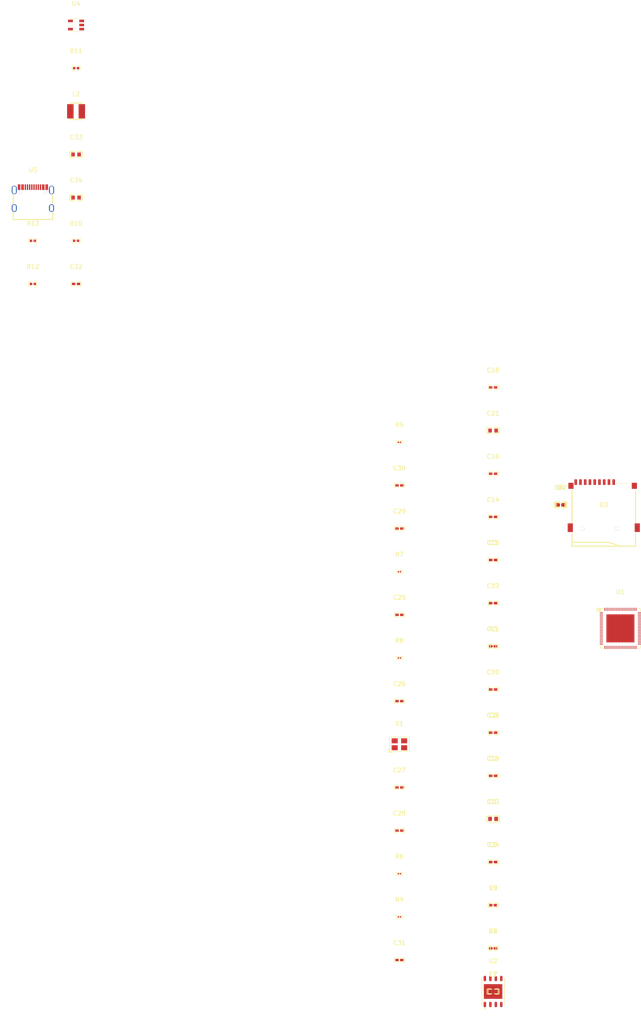
<source format=kicad_pcb>
(kicad_pcb (version 20241229) (generator "pcbnew") (generator_version "9.0")
  (layers (0 "F.Cu" signal) (2 "B.Cu" signal) (13 "F.Paste" user) (15 "B.Paste" user) (5 "F.SilkS" user "F.Silkscreen") (7 "B.SilkS" user "B.Silkscreen") (1 "F.Mask" user) (3 "B.Mask" user) (25 "Edge.Cuts" user))
  (net 0 "")
  (net 1 "GPIO3_C6_d")
  (net 2 "JTAG_CPU_TCK_M1_UART2_TX_M1_JTAG_HPMCU_TCK_M0_GPIO1_B2_d")
  (net 3 "CODEC_MIC0P_MICP")
  (net 4 "SDMMC_DET")
  (net 5 "SARADC_IN1_PWM1_M1_GPI4_C1_z")
  (net 6 "MIPI_LVDS_D0P")
  (net 7 "MIPI_LVDS_CLKN")
  (net 8 "SARADC_USB_AVDD1V8")
  (net 9 "PMU_VCC3V3")
  (net 10 "SDMMC0_D2_UART5_RX_M0_JTAG_CPU_TCK_M0_JTAG_HPMCU_TCK_M1_GPIO3_A7_u")
  (net 11 "GPIO1_D1_d")
  (net 12 "OSC_AVDD1V8_PLL_AVDD1V8")
  (net 13 "ETH_TP")
  (net 14 "MIPI_LVDS_D2N")
  (net 15 "GPIO1_C2_d")
  (net 16 "GPIO_D3_d")
  (net 17 "ETH_RN")
  (net 18 "GPIO1_C5_d")
  (net 19 "PWR_CTRL_M0_PWM1_M0_GPIO0_A4_d")
  (net 20 "GPIO1_D2_d")
  (net 21 "CODEC_MICBIAS")
  (net 22 "MIPI_AVDD1V8_GPIO7_VCC1V8")
  (net 23 "ETH_RP")
  (net 24 "SDMMC_CMD")
  (net 25 "ETH_TN")
  (net 26 "GPIO_C7_d")
  (net 27 "GPIO_D0_d")
  (net 28 "GP13_B2_d")
  (net 29 "CODEC_LINEOUT")
  (net 30 "SDMMC0_D0_UART2_RX_M0_PWM8_M0_GPIO3_A3_u")
  (net 31 "GPIO1_VCC3V3")
  (net 32 "SARADC_IN0_GPI4_C0_z")
  (net 33 "CODEC_MIC1P_MICN")
  (net 34 "CODEC_VCM")
  (net 35 "GPIO1_C0_d")
  (net 36 "JTAG_CPU_TMS_M1_UART2_RX_M1_JTAG_HPMCU_TMS_M0_GPIO1_B3_u")
  (net 37 "PWM0_M0_CPU_AVS_GPIO1_A2_d")
  (net 38 "CODEC_AVDD1V8")
  (net 39 "GPIO1_C3_d")
  (net 40 "OTP_AVDD1V8_ETH_AVDD1V8_TSADC_AVDD1V8")
  (net 41 "MIPI_LVDS_RST")
  (net 42 "GPIO_C1_d")
  (net 43 "TVSS")
  (net 44 "MIPI_I2C_SCL")
  (net 45 "MIPI_LVDS_D1P")
  (net 46 "MIPI_LVDS_D3N")
  (net 47 "GPIO1_C4_d")
  (net 48 "MIPI_LVDS_D0N")
  (net 49 "SDMMC0_D3_UART5_TX_M0_JTAG_CPU_TMS_M0_JTAG_HPMCU_TMS_M1_GPIO3_A6_u")
  (net 50 "MIPI_I2C_SDA")
  (net 51 "USB_DP")
  (net 52 "GP13_B3_d")
  (net 53 "SDMMC0_D1_UART2_TX_M0_PWM9_M0_GPIO3_A2_u")
  (net 54 "GPIO1_C6_d")
  (net 55 "MIPI_LVDS_CLKP")
  (net 56 "MIPI_LVDS_D1N")
  (net 57 "USB_DM")
  (net 58 "C8-net")
  (net 59 "C11-net-1")
  (net 60 "C9-net-1")
  (net 61 "hv-2")
  (net 62 "SDMMC_CLK")
  (net 63 "C8-net-1")
  (net 64 "SDMMC_CLK_FL")
  (net 65 "hv-1")
  (net 66 "C11-net")
  (net 67 "hv-6")
  (net 68 "VCC_DDR")
  (net 69 "C10-net-1")
  (net 70 "hv-4")
  (net 71 "DRAM_ZQ")
  (net 72 "hv")
  (net 73 "C4-net")
  (net 74 "C4-net-1")
  (net 75 "C9-net")
  (net 76 "C10-net")
  (net 77 "CLK_SCLK_")
  (net 78 "CMD_DI_")
  (net 79 "CD")
  (net 80 "VDD")
  (net 81 "ETH_EXTR")
  (net 82 "DAT2_RSV_")
  (net 83 "CDDAT3_CS_")
  (net 84 "DAT1_RSV_")
  (net 85 "sd-gnd")
  (net 86 "DAT0_D0_")
  (net 87 "FSPI_CLK")
  (net 88 "MIPI_LVDS_MCLK0_FL")
  (net 89 "OSC_XIN")
  (net 90 "MIPI_LVDS_MCLK0")
  (net 91 "hv-5")
  (net 92 "FSPI_D0_GPIO4_A4_u")
  (net 93 "FSPI_D1_GPIO4_A3_u")
  (net 94 "OSC2")
  (net 95 "FSPI_D2_GPIO4_A2_u")
  (net 96 "OSC1")
  (net 97 "FSPI_CS0N")
  (net 98 "FSPI_D3_GPIO4_A6_u")
  (net 99 "OSC_XOUT")
  (net 100 "MIPI_LVDS_D2P")
  (net 101 "gnd")
  (net 102 "GPIO3_VCC")
  (net 103 "VBUS")
  (net 104 "hv-3")
  (net 105 "CC2")
  (net 107 "SW")
  (net 108 "usbc-gnd")
  (net 109 "B8")
  (net 110 "DP2")
  (net 112 "A8")
  (net 113 "A7")
  (net 114 "EN")
  (net 115 "FB")
  (net 116 "A5")
  (footprint "atopile:C0402-b3ef17" (layer "F.Cu") (at 122.24 51.22 0)
    (property "Reference" "C4" (at 0 -4 0) (layer "F.SilkS") (hide no))
    (property "Value" "100nF ±10% 16V X7R")
    (fp_text user "${REFERENCE}" (at 0 -4 0) (layer "F.SilkS"))
    (pad "1" smd rect (at -0.55 0 0) (size 0.79 0.54) (layers "F.Cu" "F.Mask" "F.Paste") (net 61 "hv-2"))
    (pad "2" smd rect (at 0.55 0 0) (size 0.79 0.54) (layers "F.Cu" "F.Mask" "F.Paste") (net 101 "gnd"))
  )
  (footprint "atopile:QFN-88_L9.0-W9.0-P0.35-TL-EP6.5-4d2c2f" (layer "F.Cu") (at 136.09 79.83 0)
    (property "Reference" "U1" (at 0 -8.41 0) (layer "F.SilkS") (hide no))
    (property "Value" "")
    (fp_text user "${REFERENCE}" (at 0 -8.41 0) (layer "F.SilkS"))
    (pad "1" smd rect (at -4.41 -3.67 0) (size 0.74 0.15) (layers "F.Cu" "F.Mask" "F.Paste") (net 88 "MIPI_LVDS_MCLK0_FL"))
    (pad "2" smd rect (at -4.41 -3.33 0) (size 0.74 0.15) (layers "F.Cu" "F.Mask" "F.Paste") (net 41 "MIPI_LVDS_RST"))
    (pad "3" smd rect (at -4.41 -2.98 0) (size 0.74 0.15) (layers "F.Cu" "F.Mask" "F.Paste") (net 1 "GPIO3_C6_d"))
    (pad "4" smd rect (at -4.41 -2.63 0) (size 0.74 0.15) (layers "F.Cu" "F.Mask" "F.Paste") (net 44 "MIPI_I2C_SCL"))
    (pad "5" smd rect (at -4.41 -2.28 0) (size 0.74 0.15) (layers "F.Cu" "F.Mask" "F.Paste") (net 50 "MIPI_I2C_SDA"))
    (pad "6" smd rect (at -4.41 -1.93 0) (size 0.74 0.15) (layers "F.Cu" "F.Mask" "F.Paste") (net 61 "hv-2"))
    (pad "7" smd rect (at -4.41 -1.58 0) (size 0.74 0.15) (layers "F.Cu" "F.Mask" "F.Paste") (net 91 "hv-5"))
    (pad "8" smd rect (at -4.41 -1.23 0) (size 0.74 0.15) (layers "F.Cu" "F.Mask" "F.Paste") (net 4 "SDMMC_DET"))
    (pad "9" smd rect (at -4.41 -0.88 0) (size 0.74 0.15) (layers "F.Cu" "F.Mask" "F.Paste") (net 53 "SDMMC0_D1_UART2_TX_M0_PWM9_M0_GPIO3_A2_u"))
    (pad "10" smd rect (at -4.41 -0.53 0) (size 0.74 0.15) (layers "F.Cu" "F.Mask" "F.Paste") (net 30 "SDMMC0_D0_UART2_RX_M0_PWM8_M0_GPIO3_A3_u"))
    (pad "11" smd rect (at -4.41 -0.18 0) (size 0.74 0.15) (layers "F.Cu" "F.Mask" "F.Paste") (net 64 "SDMMC_CLK_FL"))
    (pad "12" smd rect (at -4.41 0.17 0) (size 0.74 0.15) (layers "F.Cu" "F.Mask" "F.Paste") (net 24 "SDMMC_CMD"))
    (pad "13" smd rect (at -4.41 0.52 0) (size 0.74 0.15) (layers "F.Cu" "F.Mask" "F.Paste") (net 49 "SDMMC0_D3_UART5_TX_M0_JTAG_CPU_TMS_M0_JTAG_HPMCU_TMS_M1_GPIO3_A6_u"))
    (pad "14" smd rect (at -4.41 0.87 0) (size 0.74 0.15) (layers "F.Cu" "F.Mask" "F.Paste") (net 10 "SDMMC0_D2_UART5_RX_M0_JTAG_CPU_TCK_M0_JTAG_HPMCU_TCK_M1_GPIO3_A7_u"))
    (pad "15" smd rect (at -4.41 1.22 0) (size 0.74 0.15) (layers "F.Cu" "F.Mask" "F.Paste") (net 5 "SARADC_IN1_PWM1_M1_GPI4_C1_z"))
    (pad "16" smd rect (at -4.41 1.58 0) (size 0.74 0.15) (layers "F.Cu" "F.Mask" "F.Paste") (net 32 "SARADC_IN0_GPI4_C0_z"))
    (pad "17" smd rect (at -4.41 1.93 0) (size 0.74 0.15) (layers "F.Cu" "F.Mask" "F.Paste") (net 8 "SARADC_USB_AVDD1V8"))
    (pad "18" smd rect (at -4.41 2.28 0) (size 0.74 0.15) (layers "F.Cu" "F.Mask" "F.Paste") (net 57 "USB_DM"))
    (pad "19" smd rect (at -4.41 2.63 0) (size 0.74 0.15) (layers "F.Cu" "F.Mask" "F.Paste") (net 51 "USB_DP"))
    (pad "20" smd rect (at -4.41 2.98 0) (size 0.74 0.15) (layers "F.Cu" "F.Mask" "F.Paste") (net 91 "hv-5"))
    (pad "21" smd rect (at -4.41 3.33 0) (size 0.74 0.15) (layers "F.Cu" "F.Mask" "F.Paste") (net 29 "CODEC_LINEOUT"))
    (pad "22" smd rect (at -4.41 3.67 0) (size 0.74 0.15) (layers "F.Cu" "F.Mask" "F.Paste") (net 34 "CODEC_VCM"))
    (pad "23" smd rect (at -3.67 4.41 0) (size 0.15 0.74) (layers "F.Cu" "F.Mask" "F.Paste") (net 38 "CODEC_AVDD1V8"))
    (pad "24" smd rect (at -3.33 4.41 0) (size 0.15 0.74) (layers "F.Cu" "F.Mask" "F.Paste") (net 3 "CODEC_MIC0P_MICP"))
    (pad "25" smd rect (at -2.98 4.41 0) (size 0.15 0.74) (layers "F.Cu" "F.Mask" "F.Paste") (net 21 "CODEC_MICBIAS"))
    (pad "26" smd rect (at -2.63 4.41 0) (size 0.15 0.74) (layers "F.Cu" "F.Mask" "F.Paste") (net 33 "CODEC_MIC1P_MICN"))
    (pad "27" smd rect (at -2.28 4.41 0) (size 0.15 0.74) (layers "F.Cu" "F.Mask" "F.Paste") (net 102 "GPIO3_VCC"))
    (pad "28" smd rect (at -1.93 4.41 0) (size 0.15 0.74) (layers "F.Cu" "F.Mask" "F.Paste") (net 98 "FSPI_D3_GPIO4_A6_u"))
    (pad "29" smd rect (at -1.58 4.41 0) (size 0.15 0.74) (layers "F.Cu" "F.Mask" "F.Paste") (net 92 "FSPI_D0_GPIO4_A4_u"))
    (pad "30" smd rect (at -1.23 4.41 0) (size 0.15 0.74) (layers "F.Cu" "F.Mask" "F.Paste") (net 93 "FSPI_D1_GPIO4_A3_u"))
    (pad "31" smd rect (at -0.88 4.41 0) (size 0.15 0.74) (layers "F.Cu" "F.Mask" "F.Paste") (net 95 "FSPI_D2_GPIO4_A2_u"))
    (pad "32" smd rect (at -0.53 4.41 0) (size 0.15 0.74) (layers "F.Cu" "F.Mask" "F.Paste") (net 97 "FSPI_CS0N"))
    (pad "33" smd rect (at -0.18 4.41 0) (size 0.15 0.74) (layers "F.Cu" "F.Mask" "F.Paste") (net 87 "FSPI_CLK"))
    (pad "34" smd rect (at 0.18 4.41 0) (size 0.15 0.74) (layers "F.Cu" "F.Mask" "F.Paste") (net 68 "VCC_DDR"))
    (pad "35" smd rect (at 0.53 4.41 0) (size 0.15 0.74) (layers "F.Cu" "F.Mask" "F.Paste") (net 68 "VCC_DDR"))
    (pad "36" smd rect (at 0.88 4.41 0) (size 0.15 0.74) (layers "F.Cu" "F.Mask" "F.Paste") (net 61 "hv-2"))
    (pad "37" smd rect (at 1.23 4.41 0) (size 0.15 0.74) (layers "F.Cu" "F.Mask" "F.Paste") (net 71 "DRAM_ZQ"))
    (pad "38" smd rect (at 1.58 4.41 0) (size 0.15 0.74) (layers "F.Cu" "F.Mask" "F.Paste") (net 67 "hv-6"))
    (pad "39" smd rect (at 1.93 4.41 0) (size 0.15 0.74) (layers "F.Cu" "F.Mask" "F.Paste") (net 61 "hv-2"))
    (pad "40" smd rect (at 2.28 4.41 0) (size 0.15 0.74) (layers "F.Cu" "F.Mask" "F.Paste") (net 68 "VCC_DDR"))
    (pad "41" smd rect (at 2.63 4.41 0) (size 0.15 0.74) (layers "F.Cu" "F.Mask" "F.Paste") (net 43 "TVSS"))
    (pad "42" smd rect (at 2.98 4.41 0) (size 0.15 0.74) (layers "F.Cu" "F.Mask" "F.Paste") (net 19 "PWR_CTRL_M0_PWM1_M0_GPIO0_A4_d"))
    (pad "43" smd rect (at 3.33 4.41 0) (size 0.15 0.74) (layers "F.Cu" "F.Mask" "F.Paste") (net 9 "PMU_VCC3V3"))
    (pad "44" smd rect (at 3.67 4.41 0) (size 0.15 0.74) (layers "F.Cu" "F.Mask" "F.Paste") (net 61 "hv-2"))
    (pad "45" smd rect (at 4.41 3.67 0) (size 0.74 0.15) (layers "F.Cu" "F.Mask" "F.Paste") (net 89 "OSC_XIN"))
    (pad "46" smd rect (at 4.41 3.33 0) (size 0.74 0.15) (layers "F.Cu" "F.Mask" "F.Paste") (net 99 "OSC_XOUT"))
    (pad "47" smd rect (at 4.41 2.98 0) (size 0.74 0.15) (layers "F.Cu" "F.Mask" "F.Paste") (net 12 "OSC_AVDD1V8_PLL_AVDD1V8"))
    (pad "48" smd rect (at 4.41 2.63 0) (size 0.74 0.15) (layers "F.Cu" "F.Mask" "F.Paste") (net 37 "PWM0_M0_CPU_AVS_GPIO1_A2_d"))
    (pad "49" smd rect (at 4.41 2.28 0) (size 0.74 0.15) (layers "F.Cu" "F.Mask" "F.Paste") (net 2 "JTAG_CPU_TCK_M1_UART2_TX_M1_JTAG_HPMCU_TCK_M0_GPIO1_B2_d"))
    (pad "50" smd rect (at 4.41 1.93 0) (size 0.74 0.15) (layers "F.Cu" "F.Mask" "F.Paste") (net 36 "JTAG_CPU_TMS_M1_UART2_RX_M1_JTAG_HPMCU_TMS_M0_GPIO1_B3_u"))
    (pad "51" smd rect (at 4.41 1.58 0) (size 0.74 0.15) (layers "F.Cu" "F.Mask" "F.Paste") (net 31 "GPIO1_VCC3V3"))
    (pad "52" smd rect (at 4.41 1.22 0) (size 0.74 0.15) (layers "F.Cu" "F.Mask" "F.Paste") (net 54 "GPIO1_C6_d"))
    (pad "53" smd rect (at 4.41 0.87 0) (size 0.74 0.15) (layers "F.Cu" "F.Mask" "F.Paste") (net 26 "GPIO_C7_d"))
    (pad "54" smd rect (at 4.41 0.52 0) (size 0.74 0.15) (layers "F.Cu" "F.Mask" "F.Paste") (net 16 "GPIO_D3_d"))
    (pad "55" smd rect (at 4.41 0.17 0) (size 0.74 0.15) (layers "F.Cu" "F.Mask" "F.Paste") (net 20 "GPIO1_D2_d"))
    (pad "56" smd rect (at 4.41 -0.18 0) (size 0.74 0.15) (layers "F.Cu" "F.Mask" "F.Paste") (net 11 "GPIO1_D1_d"))
    (pad "57" smd rect (at 4.41 -0.53 0) (size 0.74 0.15) (layers "F.Cu" "F.Mask" "F.Paste") (net 27 "GPIO_D0_d"))
    (pad "58" smd rect (at 4.41 -0.88 0) (size 0.74 0.15) (layers "F.Cu" "F.Mask" "F.Paste") (net 61 "hv-2"))
    (pad "59" smd rect (at 4.41 -1.23 0) (size 0.74 0.15) (layers "F.Cu" "F.Mask" "F.Paste") (net 91 "hv-5"))
    (pad "60" smd rect (at 4.41 -1.58 0) (size 0.74 0.15) (layers "F.Cu" "F.Mask" "F.Paste") (net 18 "GPIO1_C5_d"))
    (pad "61" smd rect (at 4.41 -1.93 0) (size 0.74 0.15) (layers "F.Cu" "F.Mask" "F.Paste") (net 47 "GPIO1_C4_d"))
    (pad "62" smd rect (at 4.41 -2.28 0) (size 0.74 0.15) (layers "F.Cu" "F.Mask" "F.Paste") (net 39 "GPIO1_C3_d"))
    (pad "63" smd rect (at 4.41 -2.63 0) (size 0.74 0.15) (layers "F.Cu" "F.Mask" "F.Paste") (net 15 "GPIO1_C2_d"))
    (pad "64" smd rect (at 4.41 -2.98 0) (size 0.74 0.15) (layers "F.Cu" "F.Mask" "F.Paste") (net 42 "GPIO_C1_d"))
    (pad "65" smd rect (at 4.41 -3.33 0) (size 0.74 0.15) (layers "F.Cu" "F.Mask" "F.Paste") (net 35 "GPIO1_C0_d"))
    (pad "66" smd rect (at 4.41 -3.67 0) (size 0.74 0.15) (layers "F.Cu" "F.Mask" "F.Paste") (net 40 "OTP_AVDD1V8_ETH_AVDD1V8_TSADC_AVDD1V8"))
    (pad "67" smd rect (at 3.67 -4.41 0) (size 0.15 0.74) (layers "F.Cu" "F.Mask" "F.Paste") (net 17 "ETH_RN"))
    (pad "68" smd rect (at 3.33 -4.41 0) (size 0.15 0.74) (layers "F.Cu" "F.Mask" "F.Paste") (net 23 "ETH_RP"))
    (pad "69" smd rect (at 2.98 -4.41 0) (size 0.15 0.74) (layers "F.Cu" "F.Mask" "F.Paste") (net 25 "ETH_TN"))
    (pad "70" smd rect (at 2.63 -4.41 0) (size 0.15 0.74) (layers "F.Cu" "F.Mask" "F.Paste") (net 13 "ETH_TP"))
    (pad "71" smd rect (at 2.28 -4.41 0) (size 0.15 0.74) (layers "F.Cu" "F.Mask" "F.Paste") (net 91 "hv-5"))
    (pad "72" smd rect (at 1.93 -4.41 0) (size 0.15 0.74) (layers "F.Cu" "F.Mask" "F.Paste") (net 81 "ETH_EXTR"))
    (pad "73" smd rect (at 1.58 -4.41 0) (size 0.15 0.74) (layers "F.Cu" "F.Mask" "F.Paste") (net 61 "hv-2"))
    (pad "74" smd rect (at 1.23 -4.41 0) (size 0.15 0.74) (layers "F.Cu" "F.Mask" "F.Paste") (net 61 "hv-2"))
    (pad "75" smd rect (at 0.88 -4.41 0) (size 0.15 0.74) (layers "F.Cu" "F.Mask" "F.Paste") (net 61 "hv-2"))
    (pad "76" smd rect (at 0.53 -4.41 0) (size 0.15 0.74) (layers "F.Cu" "F.Mask" "F.Paste") (net 46 "MIPI_LVDS_D3N"))
    (pad "77" smd rect (at 0.18 -4.41 0) (size 0.15 0.74) (layers "F.Cu" "F.Mask" "F.Paste") (net 100 "MIPI_LVDS_D2P"))
    (pad "78" smd rect (at -0.18 -4.41 0) (size 0.15 0.74) (layers "F.Cu" "F.Mask" "F.Paste") (net 28 "GP13_B2_d"))
    (pad "79" smd rect (at -0.53 -4.41 0) (size 0.15 0.74) (layers "F.Cu" "F.Mask" "F.Paste") (net 52 "GP13_B3_d"))
    (pad "80" smd rect (at -0.88 -4.41 0) (size 0.15 0.74) (layers "F.Cu" "F.Mask" "F.Paste") (net 14 "MIPI_LVDS_D2N"))
    (pad "81" smd rect (at -1.23 -4.41 0) (size 0.15 0.74) (layers "F.Cu" "F.Mask" "F.Paste") (net 100 "MIPI_LVDS_D2P"))
    (pad "82" smd rect (at -1.58 -4.41 0) (size 0.15 0.74) (layers "F.Cu" "F.Mask" "F.Paste") (net 56 "MIPI_LVDS_D1N"))
    (pad "83" smd rect (at -1.93 -4.41 0) (size 0.15 0.74) (layers "F.Cu" "F.Mask" "F.Paste") (net 45 "MIPI_LVDS_D1P"))
    (pad "84" smd rect (at -2.28 -4.41 0) (size 0.15 0.74) (layers "F.Cu" "F.Mask" "F.Paste") (net 7 "MIPI_LVDS_CLKN"))
    (pad "85" smd rect (at -2.63 -4.41 0) (size 0.15 0.74) (layers "F.Cu" "F.Mask" "F.Paste") (net 55 "MIPI_LVDS_CLKP"))
    (pad "86" smd rect (at -2.98 -4.41 0) (size 0.15 0.74) (layers "F.Cu" "F.Mask" "F.Paste") (net 48 "MIPI_LVDS_D0N"))
    (pad "87" smd rect (at -3.33 -4.41 0) (size 0.15 0.74) (layers "F.Cu" "F.Mask" "F.Paste") (net 6 "MIPI_LVDS_D0P"))
    (pad "88" smd rect (at -3.67 -4.41 0) (size 0.15 0.74) (layers "F.Cu" "F.Mask" "F.Paste") (net 22 "MIPI_AVDD1V8_GPIO7_VCC1V8"))
    (pad "89" smd rect (at 0 0 0) (size 6.5 6.5) (layers "F.Cu" "F.Mask" "F.Paste") (net 101 "gnd"))
  )
  (footprint "atopile:R0402-56259e" (layer "F.Cu") (at 106.6 143.99 0)
    (property "Reference" "R2" (at 0 -4 0) (layer "F.SilkS") (hide no))
    (property "Value" "1kΩ ±1% 62.5mW")
    (fp_text user "${REFERENCE}" (at 0 -4 0) (layer "F.SilkS"))
    (pad "1" smd rect (at -0.43 0 0) (size 0.57 0.54) (layers "F.Cu" "F.Mask" "F.Paste") (net 67 "hv-6"))
    (pad "2" smd rect (at 0.43 0 0) (size 0.57 0.54) (layers "F.Cu" "F.Mask" "F.Paste") (net 70 "hv-4"))
  )
  (footprint "atopile:C0402-b3ef17" (layer "F.Cu") (at 106.6 113.99 0)
    (property "Reference" "C2" (at 0 -4 0) (layer "F.SilkS") (hide no))
    (property "Value" "100nF ±10% 16V X7R")
    (fp_text user "${REFERENCE}" (at 0 -4 0) (layer "F.SilkS"))
    (pad "1" smd rect (at -0.55 0 0) (size 0.79 0.54) (layers "F.Cu" "F.Mask" "F.Paste") (net 61 "hv-2"))
    (pad "2" smd rect (at 0.55 0 0) (size 0.79 0.54) (layers "F.Cu" "F.Mask" "F.Paste") (net 101 "gnd"))
  )
  (footprint "atopile:C0603-bd72f6" (layer "F.Cu") (at 122.24 51.22 0)
    (property "Reference" "C17" (at 0 -4 0) (layer "F.SilkS") (hide no))
    (property "Value" "100nF ±10% 50V X7R")
    (fp_text user "${REFERENCE}" (at 0 -4 0) (layer "F.SilkS"))
    (pad "1" smd rect (at -0.7 0 0) (size 0.8 0.9) (layers "F.Cu" "F.Mask" "F.Paste") (net 63 "C8-net-1"))
    (pad "2" smd rect (at 0.7 0 0) (size 0.8 0.9) (layers "F.Cu" "F.Mask" "F.Paste") (net 58 "C8-net"))
  )
  (footprint "atopile:CRYSTAL-SMD_4P-L3.2-W2.5-BL-2-acd8b5" (layer "F.Cu") (at 84.9 106.7 0)
    (property "Reference" "X1" (at 0 -4.8 0) (layer "F.SilkS") (hide no))
    (property "Value" "")
    (fp_text user "${REFERENCE}" (at 0 -4.8 0) (layer "F.SilkS"))
    (pad "1" smd rect (at -1.1 0.8 0) (size 1.4 1.15) (layers "F.Cu" "F.Mask" "F.Paste") (net 96 "OSC1"))
    (pad "2" smd rect (at 1.1 0.8 0) (size 1.4 1.15) (layers "F.Cu" "F.Mask" "F.Paste") (net 101 "gnd"))
    (pad "3" smd rect (at 1.1 -0.8 0) (size 1.4 1.15) (layers "F.Cu" "F.Mask" "F.Paste") (net 94 "OSC2"))
    (pad "4" smd rect (at -1.1 -0.8 0) (size 1.4 1.15) (layers "F.Cu" "F.Mask" "F.Paste") (net 101 "gnd"))
  )
  (footprint "atopile:C0402-b3ef17" (layer "F.Cu") (at 106.6 63.99 0)
    (property "Reference" "C15" (at 0 -4 0) (layer "F.SilkS") (hide no))
    (property "Value" "100nF ±10% 16V X7R")
    (fp_text user "${REFERENCE}" (at 0 -4 0) (layer "F.SilkS"))
    (pad "1" smd rect (at -0.55 0 0) (size 0.79 0.54) (layers "F.Cu" "F.Mask" "F.Paste") (net 91 "hv-5"))
    (pad "2" smd rect (at 0.55 0 0) (size 0.79 0.54) (layers "F.Cu" "F.Mask" "F.Paste") (net 101 "gnd"))
  )
  (footprint "atopile:L0603-9cac2b" (layer "F.Cu") (at 106.6 163.99 0)
    (property "Reference" "L1" (at 0 -4 0) (layer "F.SilkS") (hide no))
    (property "Value" "")
    (fp_text user "${REFERENCE}" (at 0 -4 0) (layer "F.SilkS"))
    (pad "1" smd rect (at -0.7 0 180) (size 0.8 0.86) (layers "F.Cu" "F.Mask" "F.Paste") (net 67 "hv-6"))
    (pad "2" smd rect (at 0.7 0 180) (size 0.8 0.86) (layers "F.Cu" "F.Mask" "F.Paste") (net 72 "hv"))
  )
  (footprint "atopile:C0603-bd72f6" (layer "F.Cu") (at 106.6 123.99 0)
    (property "Reference" "C1" (at 0 -4 0) (layer "F.SilkS") (hide no))
    (property "Value" "100nF ±10% 50V X7R")
    (fp_text user "${REFERENCE}" (at 0 -4 0) (layer "F.SilkS"))
    (pad "1" smd rect (at -0.7 0 0) (size 0.8 0.9) (layers "F.Cu" "F.Mask" "F.Paste") (net 61 "hv-2"))
    (pad "2" smd rect (at 0.7 0 0) (size 0.8 0.9) (layers "F.Cu" "F.Mask" "F.Paste") (net 101 "gnd"))
  )
  (footprint "atopile:WSON-8_L6.0-W5.0-P1.27-BL-EP-5c84f1" (layer "F.Cu") (at 106.6 163.99 0)
    (property "Reference" "U2" (at 0 -7.01 0) (layer "F.SilkS") (hide no))
    (property "Value" "")
    (fp_text user "${REFERENCE}" (at 0 -7.01 0) (layer "F.SilkS"))
    (pad "1" smd oval (at -1.91 3.01 0) (size 0.58 1.28) (layers "F.Cu" "F.Mask" "F.Paste") (net 97 "FSPI_CS0N"))
    (pad "2" smd oval (at -0.63 3.01 0) (size 0.58 1.28) (layers "F.Cu" "F.Mask" "F.Paste") (net 93 "FSPI_D1_GPIO4_A3_u"))
    (pad "3" smd oval (at 0.63 3.01 0) (size 0.58 1.28) (layers "F.Cu" "F.Mask" "F.Paste") (net 95 "FSPI_D2_GPIO4_A2_u"))
    (pad "4" smd oval (at 1.9 3.01 0) (size 0.58 1.28) (layers "F.Cu" "F.Mask" "F.Paste") (net 101 "gnd"))
    (pad "5" smd oval (at 1.9 -3.01 0) (size 0.58 1.28) (layers "F.Cu" "F.Mask" "F.Paste") (net 92 "FSPI_D0_GPIO4_A4_u"))
    (pad "6" smd oval (at 0.63 -3.01 0) (size 0.58 1.28) (layers "F.Cu" "F.Mask" "F.Paste") (net 98 "FSPI_D3_GPIO4_A6_u"))
    (pad "7" smd oval (at -0.63 -3.01 0) (size 0.58 1.28) (layers "F.Cu" "F.Mask" "F.Paste") (net 87 "FSPI_CLK"))
    (pad "8" smd oval (at -1.91 -3.01 0) (size 0.58 1.28) (layers "F.Cu" "F.Mask" "F.Paste") (net 91 "hv-5"))
    (pad "9" smd rect (at 0 0 0) (size 4.3 3.4) (layers "F.Cu" "F.Mask" "F.Paste") (net 101 "gnd"))
  )
  (footprint "atopile:C0402-b3ef17" (layer "F.Cu") (at 84.9 96.7 0)
    (property "Reference" "C26" (at 0 -4 0) (layer "F.SilkS") (hide no))
    (property "Value" "100nF ±10% 16V X7R")
    (fp_text user "${REFERENCE}" (at 0 -4 0) (layer "F.SilkS"))
    (pad "1" smd rect (at -0.55 0 0) (size 0.79 0.54) (layers "F.Cu" "F.Mask" "F.Paste") (net 96 "OSC1"))
    (pad "2" smd rect (at 0.55 0 0) (size 0.79 0.54) (layers "F.Cu" "F.Mask" "F.Paste") (net 101 "gnd"))
  )
  (footprint "atopile:C0402-b3ef17" (layer "F.Cu") (at 84.9 46.7 0)
    (property "Reference" "C30" (at 0 -4 0) (layer "F.SilkS") (hide no))
    (property "Value" "100nF ±10% 16V X7R")
    (fp_text user "${REFERENCE}" (at 0 -4 0) (layer "F.SilkS"))
    (pad "1" smd rect (at -0.55 0 0) (size 0.79 0.54) (layers "F.Cu" "F.Mask" "F.Paste") (net 91 "hv-5"))
    (pad "2" smd rect (at 0.55 0 0) (size 0.79 0.54) (layers "F.Cu" "F.Mask" "F.Paste") (net 101 "gnd"))
  )
  (footprint "atopile:C0402-b3ef17" (layer "F.Cu") (at 84.9 116.7 0)
    (property "Reference" "C27" (at 0 -4 0) (layer "F.SilkS") (hide no))
    (property "Value" "100nF ±10% 16V X7R")
    (fp_text user "${REFERENCE}" (at 0 -4 0) (layer "F.SilkS"))
    (pad "1" smd rect (at -0.55 0 0) (size 0.79 0.54) (layers "F.Cu" "F.Mask" "F.Paste") (net 91 "hv-5"))
    (pad "2" smd rect (at 0.55 0 0) (size 0.79 0.54) (layers "F.Cu" "F.Mask" "F.Paste") (net 101 "gnd"))
  )
  (footprint "atopile:R0201-27027e" (layer "F.Cu") (at 84.9 86.7 0)
    (property "Reference" "R8" (at 0 -4 0) (layer "F.SilkS") (hide no))
    (property "Value" "0Ω 50mW")
    (fp_text user "${REFERENCE}" (at 0 -4 0) (layer "F.SilkS"))
    (pad "1" smd rect (at -0.24 0 0) (size 0.3 0.32) (layers "F.Cu" "F.Mask" "F.Paste") (net 91 "hv-5"))
    (pad "2" smd rect (at 0.24 0 0) (size 0.3 0.32) (layers "F.Cu" "F.Mask" "F.Paste") (net 98 "FSPI_D3_GPIO4_A6_u"))
  )
  (footprint "atopile:C0402-b3ef17" (layer "F.Cu") (at 106.6 133.99 0)
    (property "Reference" "C9" (at 0 -4 0) (layer "F.SilkS") (hide no))
    (property "Value" "100nF ±10% 16V X7R")
    (fp_text user "${REFERENCE}" (at 0 -4 0) (layer "F.SilkS"))
    (pad "1" smd rect (at -0.55 0 0) (size 0.79 0.54) (layers "F.Cu" "F.Mask" "F.Paste") (net 61 "hv-2"))
    (pad "2" smd rect (at 0.55 0 0) (size 0.79 0.54) (layers "F.Cu" "F.Mask" "F.Paste") (net 101 "gnd"))
  )
  (footprint "atopile:C0402-b3ef17" (layer "F.Cu") (at 106.6 133.99 0)
    (property "Reference" "C24" (at 0 -4 0) (layer "F.SilkS") (hide no))
    (property "Value" "100nF ±10% 16V X7R")
    (fp_text user "${REFERENCE}" (at 0 -4 0) (layer "F.SilkS"))
    (pad "1" smd rect (at -0.55 0 0) (size 0.79 0.54) (layers "F.Cu" "F.Mask" "F.Paste") (net 67 "hv-6"))
    (pad "2" smd rect (at 0.55 0 0) (size 0.79 0.54) (layers "F.Cu" "F.Mask" "F.Paste") (net 101 "gnd"))
  )
  (footprint "atopile:C0603-bd72f6" (layer "F.Cu") (at 106.6 33.99 0)
    (property "Reference" "C21" (at 0 -4 0) (layer "F.SilkS") (hide no))
    (property "Value" "100nF ±10% 50V X7R")
    (fp_text user "${REFERENCE}" (at 0 -4 0) (layer "F.SilkS"))
    (pad "1" smd rect (at -0.7 0 0) (size 0.8 0.9) (layers "F.Cu" "F.Mask" "F.Paste") (net 72 "hv"))
    (pad "2" smd rect (at 0.7 0 0) (size 0.8 0.9) (layers "F.Cu" "F.Mask" "F.Paste") (net 101 "gnd"))
  )
  (footprint "atopile:C0402-b3ef17" (layer "F.Cu") (at 106.6 63.99 0)
    (property "Reference" "C3" (at 0 -4 0) (layer "F.SilkS") (hide no))
    (property "Value" "100nF ±10% 16V X7R")
    (fp_text user "${REFERENCE}" (at 0 -4 0) (layer "F.SilkS"))
    (pad "1" smd rect (at -0.55 0 0) (size 0.79 0.54) (layers "F.Cu" "F.Mask" "F.Paste") (net 61 "hv-2"))
    (pad "2" smd rect (at 0.55 0 0) (size 0.79 0.54) (layers "F.Cu" "F.Mask" "F.Paste") (net 101 "gnd"))
  )
  (footprint "atopile:R0201-27027e" (layer "F.Cu") (at 106.6 83.99 0)
    (property "Reference" "R3" (at 0 -4 0) (layer "F.SilkS") (hide no))
    (property "Value" "0Ω 50mW")
    (fp_text user "${REFERENCE}" (at 0 -4 0) (layer "F.SilkS"))
    (pad "1" smd rect (at -0.24 0 0) (size 0.3 0.32) (layers "F.Cu" "F.Mask" "F.Paste") (net 62 "SDMMC_CLK"))
    (pad "2" smd rect (at 0.24 0 0) (size 0.3 0.32) (layers "F.Cu" "F.Mask" "F.Paste") (net 64 "SDMMC_CLK_FL"))
  )
  (footprint "atopile:R0201-27027e" (layer "F.Cu") (at 84.9 146.7 0)
    (property "Reference" "R9" (at 0 -4 0) (layer "F.SilkS") (hide no))
    (property "Value" "0Ω 50mW")
    (fp_text user "${REFERENCE}" (at 0 -4 0) (layer "F.SilkS"))
    (pad "1" smd rect (at -0.24 0 0) (size 0.3 0.32) (layers "F.Cu" "F.Mask" "F.Paste") (net 90 "MIPI_LVDS_MCLK0"))
    (pad "2" smd rect (at 0.24 0 0) (size 0.3 0.32) (layers "F.Cu" "F.Mask" "F.Paste") (net 88 "MIPI_LVDS_MCLK0_FL"))
  )
  (footprint "atopile:C0402-b3ef17" (layer "F.Cu") (at 84.9 126.7 0)
    (property "Reference" "C28" (at 0 -4 0) (layer "F.SilkS") (hide no))
    (property "Value" "100nF ±10% 16V X7R")
    (fp_text user "${REFERENCE}" (at 0 -4 0) (layer "F.SilkS"))
    (pad "1" smd rect (at -0.55 0 0) (size 0.79 0.54) (layers "F.Cu" "F.Mask" "F.Paste") (net 91 "hv-5"))
    (pad "2" smd rect (at 0.55 0 0) (size 0.79 0.54) (layers "F.Cu" "F.Mask" "F.Paste") (net 101 "gnd"))
  )
  (footprint "atopile:C0402-b3ef17" (layer "F.Cu") (at 84.9 76.7 0)
    (property "Reference" "C25" (at 0 -4 0) (layer "F.SilkS") (hide no))
    (property "Value" "100nF ±10% 16V X7R")
    (fp_text user "${REFERENCE}" (at 0 -4 0) (layer "F.SilkS"))
    (pad "1" smd rect (at -0.55 0 0) (size 0.79 0.54) (layers "F.Cu" "F.Mask" "F.Paste") (net 94 "OSC2"))
    (pad "2" smd rect (at 0.55 0 0) (size 0.79 0.54) (layers "F.Cu" "F.Mask" "F.Paste") (net 101 "gnd"))
  )
  (footprint "atopile:C0402-b3ef17" (layer "F.Cu") (at 106.6 153.99 0)
    (property "Reference" "C8" (at 0 -4 0) (layer "F.SilkS") (hide no))
    (property "Value" "100nF ±10% 16V X7R")
    (fp_text user "${REFERENCE}" (at 0 -4 0) (layer "F.SilkS"))
    (pad "1" smd rect (at -0.55 0 0) (size 0.79 0.54) (layers "F.Cu" "F.Mask" "F.Paste") (net 61 "hv-2"))
    (pad "2" smd rect (at 0.55 0 0) (size 0.79 0.54) (layers "F.Cu" "F.Mask" "F.Paste") (net 101 "gnd"))
  )
  (footprint "atopile:C0402-b3ef17" (layer "F.Cu") (at 106.6 143.99 0)
    (property "Reference" "C5" (at 0 -4 0) (layer "F.SilkS") (hide no))
    (property "Value" "100nF ±10% 16V X7R")
    (fp_text user "${REFERENCE}" (at 0 -4 0) (layer "F.SilkS"))
    (pad "1" smd rect (at -0.55 0 0) (size 0.79 0.54) (layers "F.Cu" "F.Mask" "F.Paste") (net 61 "hv-2"))
    (pad "2" smd rect (at 0.55 0 0) (size 0.79 0.54) (layers "F.Cu" "F.Mask" "F.Paste") (net 101 "gnd"))
  )
  (footprint "atopile:R0402-56259e" (layer "F.Cu") (at 122.24 51.22 0)
    (property "Reference" "R4" (at 0 -4 0) (layer "F.SilkS") (hide no))
    (property "Value" "1kΩ ±1% 62.5mW")
    (fp_text user "${REFERENCE}" (at 0 -4 0) (layer "F.SilkS"))
    (pad "1" smd rect (at -0.43 0 0) (size 0.57 0.54) (layers "F.Cu" "F.Mask" "F.Paste") (net 81 "ETH_EXTR"))
    (pad "2" smd rect (at 0.43 0 0) (size 0.57 0.54) (layers "F.Cu" "F.Mask" "F.Paste") (net 101 "gnd"))
  )
  (footprint "atopile:C0402-b3ef17" (layer "F.Cu") (at 84.9 56.7 0)
    (property "Reference" "C29" (at 0 -4 0) (layer "F.SilkS") (hide no))
    (property "Value" "100nF ±10% 16V X7R")
    (fp_text user "${REFERENCE}" (at 0 -4 0) (layer "F.SilkS"))
    (pad "1" smd rect (at -0.55 0 0) (size 0.79 0.54) (layers "F.Cu" "F.Mask" "F.Paste") (net 102 "GPIO3_VCC"))
    (pad "2" smd rect (at 0.55 0 0) (size 0.79 0.54) (layers "F.Cu" "F.Mask" "F.Paste") (net 101 "gnd"))
  )
  (footprint "atopile:C0402-b3ef17" (layer "F.Cu") (at 84.9 156.7 0)
    (property "Reference" "C31" (at 0 -4 0) (layer "F.SilkS") (hide no))
    (property "Value" "100nF ±10% 16V X7R")
    (fp_text user "${REFERENCE}" (at 0 -4 0) (layer "F.SilkS"))
    (pad "1" smd rect (at -0.55 0 0) (size 0.79 0.54) (layers "F.Cu" "F.Mask" "F.Paste") (net 91 "hv-5"))
    (pad "2" smd rect (at 0.55 0 0) (size 0.79 0.54) (layers "F.Cu" "F.Mask" "F.Paste") (net 101 "gnd"))
  )
  (footprint "atopile:C0402-b3ef17" (layer "F.Cu") (at 106.6 93.99 0)
    (property "Reference" "C20" (at 0 -4 0) (layer "F.SilkS") (hide no))
    (property "Value" "100nF ±10% 16V X7R")
    (fp_text user "${REFERENCE}" (at 0 -4 0) (layer "F.SilkS"))
    (pad "1" smd rect (at -0.55 0 0) (size 0.79 0.54) (layers "F.Cu" "F.Mask" "F.Paste") (net 66 "C11-net"))
    (pad "2" smd rect (at 0.55 0 0) (size 0.79 0.54) (layers "F.Cu" "F.Mask" "F.Paste") (net 59 "C11-net-1"))
  )
  (footprint "atopile:C0603-bd72f6" (layer "F.Cu") (at 106.6 123.99 0)
    (property "Reference" "C13" (at 0 -4 0) (layer "F.SilkS") (hide no))
    (property "Value" "100nF ±10% 50V X7R")
    (fp_text user "${REFERENCE}" (at 0 -4 0) (layer "F.SilkS"))
    (pad "1" smd rect (at -0.7 0 0) (size 0.8 0.9) (layers "F.Cu" "F.Mask" "F.Paste") (net 65 "hv-1"))
    (pad "2" smd rect (at 0.7 0 0) (size 0.8 0.9) (layers "F.Cu" "F.Mask" "F.Paste") (net 101 "gnd"))
  )
  (footprint "lib:TF-SMD_TF-01A" (layer "F.Cu") (at 132.24 51.22 0)
    (property "Reference" "U3" (at 0 0 0) (layer "F.SilkS") (hide no))
    (property "Value" "")
    (fp_text user "${REFERENCE}" (at 0 0 0) (layer "F.SilkS"))
    (pad "" thru_hole circle (at -4.95 5.48 0) (size 1 1) (drill 1) (layers "*.Cu" "*.Mask"))
    (pad "" thru_hole circle (at 3.05 5.48 0) (size 1 1) (drill 1) (layers "*.Cu" "*.Mask"))
    (pad "1" smd rect (at 2.3 -5.28 0) (size 0.6 1.3) (layers "F.Cu" "F.Mask" "F.Paste") (net 82 "DAT2_RSV_"))
    (pad "2" smd rect (at 1.2 -5.28 0) (size 0.6 1.3) (layers "F.Cu" "F.Mask" "F.Paste") (net 83 "CDDAT3_CS_"))
    (pad "3" smd rect (at 0.1 -5.28 0) (size 0.6 1.3) (layers "F.Cu" "F.Mask" "F.Paste") (net 78 "CMD_DI_"))
    (pad "4" smd rect (at -1 -5.28 0) (size 0.6 1.3) (layers "F.Cu" "F.Mask" "F.Paste") (net 80 "VDD"))
    (pad "5" smd rect (at -2.1 -5.28 0) (size 0.6 1.3) (layers "F.Cu" "F.Mask" "F.Paste") (net 77 "CLK_SCLK_"))
    (pad "6" smd rect (at -3.2 -5.28 0) (size 0.6 1.3) (layers "F.Cu" "F.Mask" "F.Paste") (net 85 "sd-gnd"))
    (pad "7" smd rect (at -4.3 -5.28 0) (size 0.6 1.3) (layers "F.Cu" "F.Mask" "F.Paste") (net 86 "DAT0_D0_"))
    (pad "8" smd rect (at -5.4 -5.28 0) (size 0.6 1.3) (layers "F.Cu" "F.Mask" "F.Paste") (net 84 "DAT1_RSV_"))
    (pad "9" smd rect (at -6.5 -5.28 0) (size 0.6 1.3) (layers "F.Cu" "F.Mask" "F.Paste") (net 79 "CD"))
    (pad "10" smd rect (at -7.6 -4.43 0) (size 1.2 1.4) (layers "F.Cu" "F.Mask" "F.Paste") (net 85 "sd-gnd"))
    (pad "11" smd rect (at -7.76 5.28 0) (size 1.2 2) (layers "F.Cu" "F.Mask" "F.Paste") (net 85 "sd-gnd"))
    (pad "12" smd rect (at 7.76 5.28 0) (size 1.2 2) (layers "F.Cu" "F.Mask" "F.Paste") (net 85 "sd-gnd"))
    (pad "13" smd rect (at 7.08 -4.43 0) (size 1.2 1.4) (layers "F.Cu" "F.Mask" "F.Paste") (net 85 "sd-gnd"))
  )
  (footprint "atopile:C0402-b3ef17" (layer "F.Cu") (at 106.6 43.99 0)
    (property "Reference" "C16" (at 0 -4 0) (layer "F.SilkS") (hide no))
    (property "Value" "100nF ±10% 16V X7R")
    (fp_text user "${REFERENCE}" (at 0 -4 0) (layer "F.SilkS"))
    (pad "1" smd rect (at -0.55 0 0) (size 0.79 0.54) (layers "F.Cu" "F.Mask" "F.Paste") (net 74 "C4-net-1"))
    (pad "2" smd rect (at 0.55 0 0) (size 0.79 0.54) (layers "F.Cu" "F.Mask" "F.Paste") (net 73 "C4-net"))
  )
  (footprint "atopile:C0402-b3ef17" (layer "F.Cu") (at 106.6 103.99 0)
    (property "Reference" "C6" (at 0 -4 0) (layer "F.SilkS") (hide no))
    (property "Value" "100nF ±10% 16V X7R")
    (fp_text user "${REFERENCE}" (at 0 -4 0) (layer "F.SilkS"))
    (pad "1" smd rect (at -0.55 0 0) (size 0.79 0.54) (layers "F.Cu" "F.Mask" "F.Paste") (net 61 "hv-2"))
    (pad "2" smd rect (at 0.55 0 0) (size 0.79 0.54) (layers "F.Cu" "F.Mask" "F.Paste") (net 101 "gnd"))
  )
  (footprint "atopile:C0402-b3ef17" (layer "F.Cu") (at 106.6 73.99 0)
    (property "Reference" "C12" (at 0 -4 0) (layer "F.SilkS") (hide no))
    (property "Value" "100nF ±10% 16V X7R")
    (fp_text user "${REFERENCE}" (at 0 -4 0) (layer "F.SilkS"))
    (pad "1" smd rect (at -0.55 0 0) (size 0.79 0.54) (layers "F.Cu" "F.Mask" "F.Paste") (net 61 "hv-2"))
    (pad "2" smd rect (at 0.55 0 0) (size 0.79 0.54) (layers "F.Cu" "F.Mask" "F.Paste") (net 101 "gnd"))
  )
  (footprint "atopile:R0201-27027e" (layer "F.Cu") (at 106.6 153.99 0)
    (property "Reference" "R1" (at 0 -4 0) (layer "F.SilkS") (hide no))
    (property "Value" "0Ω 50mW")
    (fp_text user "${REFERENCE}" (at 0 -4 0) (layer "F.SilkS"))
    (pad "1" smd rect (at -0.24 0 0) (size 0.3 0.32) (layers "F.Cu" "F.Mask" "F.Paste") (net 71 "DRAM_ZQ"))
    (pad "2" smd rect (at 0.24 0 0) (size 0.3 0.32) (layers "F.Cu" "F.Mask" "F.Paste") (net 101 "gnd"))
  )
  (footprint "atopile:C0402-b3ef17" (layer "F.Cu") (at 106.6 93.99 0)
    (property "Reference" "C10" (at 0 -4 0) (layer "F.SilkS") (hide no))
    (property "Value" "100nF ±10% 16V X7R")
    (fp_text user "${REFERENCE}" (at 0 -4 0) (layer "F.SilkS"))
    (pad "1" smd rect (at -0.55 0 0) (size 0.79 0.54) (layers "F.Cu" "F.Mask" "F.Paste") (net 61 "hv-2"))
    (pad "2" smd rect (at 0.55 0 0) (size 0.79 0.54) (layers "F.Cu" "F.Mask" "F.Paste") (net 101 "gnd"))
  )
  (footprint "atopile:C0402-b3ef17" (layer "F.Cu") (at 106.6 73.99 0)
    (property "Reference" "C22" (at 0 -4 0) (layer "F.SilkS") (hide no))
    (property "Value" "100nF ±10% 16V X7R")
    (fp_text user "${REFERENCE}" (at 0 -4 0) (layer "F.SilkS"))
    (pad "1" smd rect (at -0.55 0 0) (size 0.79 0.54) (layers "F.Cu" "F.Mask" "F.Paste") (net 72 "hv"))
    (pad "2" smd rect (at 0.55 0 0) (size 0.79 0.54) (layers "F.Cu" "F.Mask" "F.Paste") (net 101 "gnd"))
  )
  (footprint "atopile:C0402-b3ef17" (layer "F.Cu") (at 106.6 53.99 0)
    (property "Reference" "C14" (at 0 -4 0) (layer "F.SilkS") (hide no))
    (property "Value" "100nF ±10% 16V X7R")
    (fp_text user "${REFERENCE}" (at 0 -4 0) (layer "F.SilkS"))
    (pad "1" smd rect (at -0.55 0 0) (size 0.79 0.54) (layers "F.Cu" "F.Mask" "F.Paste") (net 91 "hv-5"))
    (pad "2" smd rect (at 0.55 0 0) (size 0.79 0.54) (layers "F.Cu" "F.Mask" "F.Paste") (net 101 "gnd"))
  )
  (footprint "atopile:C0402-b3ef17" (layer "F.Cu") (at 106.6 23.99 0)
    (property "Reference" "C18" (at 0 -4 0) (layer "F.SilkS") (hide no))
    (property "Value" "100nF ±10% 16V X7R")
    (fp_text user "${REFERENCE}" (at 0 -4 0) (layer "F.SilkS"))
    (pad "1" smd rect (at -0.55 0 0) (size 0.79 0.54) (layers "F.Cu" "F.Mask" "F.Paste") (net 75 "C9-net"))
    (pad "2" smd rect (at 0.55 0 0) (size 0.79 0.54) (layers "F.Cu" "F.Mask" "F.Paste") (net 60 "C9-net-1"))
  )
  (footprint "atopile:R0201-27027e" (layer "F.Cu") (at 84.9 66.7 0)
    (property "Reference" "R7" (at 0 -4 0) (layer "F.SilkS") (hide no))
    (property "Value" "0Ω 50mW")
    (fp_text user "${REFERENCE}" (at 0 -4 0) (layer "F.SilkS"))
    (pad "1" smd rect (at -0.24 0 0) (size 0.3 0.32) (layers "F.Cu" "F.Mask" "F.Paste") (net 91 "hv-5"))
    (pad "2" smd rect (at 0.24 0 0) (size 0.3 0.32) (layers "F.Cu" "F.Mask" "F.Paste") (net 95 "FSPI_D2_GPIO4_A2_u"))
  )
  (footprint "atopile:C0402-b3ef17" (layer "F.Cu") (at 106.6 103.99 0)
    (property "Reference" "C23" (at 0 -4 0) (layer "F.SilkS") (hide no))
    (property "Value" "100nF ±10% 16V X7R")
    (fp_text user "${REFERENCE}" (at 0 -4 0) (layer "F.SilkS"))
    (pad "1" smd rect (at -0.55 0 0) (size 0.79 0.54) (layers "F.Cu" "F.Mask" "F.Paste") (net 67 "hv-6"))
    (pad "2" smd rect (at 0.55 0 0) (size 0.79 0.54) (layers "F.Cu" "F.Mask" "F.Paste") (net 101 "gnd"))
  )
  (footprint "atopile:R0201-27027e" (layer "F.Cu") (at 84.9 36.7 0)
    (property "Reference" "R5" (at 0 -4 0) (layer "F.SilkS") (hide no))
    (property "Value" "0Ω 50mW")
    (fp_text user "${REFERENCE}" (at 0 -4 0) (layer "F.SilkS"))
    (pad "1" smd rect (at -0.24 0 0) (size 0.3 0.32) (layers "F.Cu" "F.Mask" "F.Paste") (net 99 "OSC_XOUT"))
    (pad "2" smd rect (at 0.24 0 0) (size 0.3 0.32) (layers "F.Cu" "F.Mask" "F.Paste") (net 94 "OSC2"))
  )
  (footprint "atopile:R0201-27027e" (layer "F.Cu") (at 84.9 136.7 0)
    (property "Reference" "R6" (at 0 -4 0) (layer "F.SilkS") (hide no))
    (property "Value" "0Ω 50mW")
    (fp_text user "${REFERENCE}" (at 0 -4 0) (layer "F.SilkS"))
    (pad "1" smd rect (at -0.24 0 0) (size 0.3 0.32) (layers "F.Cu" "F.Mask" "F.Paste") (net 99 "OSC_XOUT"))
    (pad "2" smd rect (at 0.24 0 0) (size 0.3 0.32) (layers "F.Cu" "F.Mask" "F.Paste") (net 89 "OSC_XIN"))
  )
  (footprint "atopile:C0402-b3ef17" (layer "F.Cu") (at 106.6 113.99 0)
    (property "Reference" "C19" (at 0 -4 0) (layer "F.SilkS") (hide no))
    (property "Value" "100nF ±10% 16V X7R")
    (fp_text user "${REFERENCE}" (at 0 -4 0) (layer "F.SilkS"))
    (pad "1" smd rect (at -0.55 0 0) (size 0.79 0.54) (layers "F.Cu" "F.Mask" "F.Paste") (net 69 "C10-net-1"))
    (pad "2" smd rect (at 0.55 0 0) (size 0.79 0.54) (layers "F.Cu" "F.Mask" "F.Paste") (net 76 "C10-net"))
  )
  (footprint "atopile:C0402-b3ef17" (layer "F.Cu") (at 106.6 83.99 0)
    (property "Reference" "C11" (at 0 -4 0) (layer "F.SilkS") (hide no))
    (property "Value" "100nF ±10% 16V X7R")
    (fp_text user "${REFERENCE}" (at 0 -4 0) (layer "F.SilkS"))
    (pad "1" smd rect (at -0.55 0 0) (size 0.79 0.54) (layers "F.Cu" "F.Mask" "F.Paste") (net 61 "hv-2"))
    (pad "2" smd rect (at 0.55 0 0) (size 0.79 0.54) (layers "F.Cu" "F.Mask" "F.Paste") (net 101 "gnd"))
  )
  (footprint "atopile:C0402-b3ef17" (layer "F.Cu") (at 106.6 163.99 0)
    (property "Reference" "C7" (at 0 -4 0) (layer "F.SilkS") (hide no))
    (property "Value" "100nF ±10% 16V X7R")
    (fp_text user "${REFERENCE}" (at 0 -4 0) (layer "F.SilkS"))
    (pad "1" smd rect (at -0.55 0 0) (size 0.79 0.54) (layers "F.Cu" "F.Mask" "F.Paste") (net 61 "hv-2"))
    (pad "2" smd rect (at 0.55 0 0) (size 0.79 0.54) (layers "F.Cu" "F.Mask" "F.Paste") (net 101 "gnd"))
  )
  (footprint "atopile:R0402-56259e" (layer "F.Cu") (at 0 0 0)
    (property "Reference" "R12" (at 0 -4 0) (layer "F.SilkS") (hide no))
    (property "Value" "4.7kΩ ±1% 62.5mW")
    (fp_text user "${REFERENCE}" (at 0 -4 0) (layer "F.SilkS"))
    (pad "2" smd rect (at 0.43 0 0) (size 0.57 0.54) (layers "F.Cu" "F.Paste" "F.Mask") (net 108 "usbc-gnd"))
    (pad "1" smd rect (at -0.43 0 0) (size 0.57 0.54) (layers "F.Cu" "F.Paste" "F.Mask") (net 116 "A5"))
  )
  (footprint "atopile:R0402-56259e" (layer "F.Cu") (at 0 -10 0)
    (property "Reference" "R13" (at 0 -4 0) (layer "F.SilkS") (hide no))
    (property "Value" "4.7kΩ ±1% 62.5mW")
    (fp_text user "${REFERENCE}" (at 0 -4 0) (layer "F.SilkS"))
    (pad "2" smd rect (at 0.43 0 0) (size 0.57 0.54) (layers "F.Cu" "F.Paste" "F.Mask") (net 108 "usbc-gnd"))
    (pad "1" smd rect (at -0.43 0 0) (size 0.57 0.54) (layers "F.Cu" "F.Paste" "F.Mask") (net 105 "CC2"))
  )
  (footprint "lib:USB-C-SMD_KH-TYPE-C-16P" (layer "F.Cu") (at 0 -20 0)
    (property "Reference" "U5" (at 0 -6.42 0) (layer "F.SilkS") (hide no))
    (property "Value" "")
    (fp_text user "${REFERENCE}" (at 0 -6.42 0) (layer "F.SilkS"))
    (pad "A1" smd rect (at -3.35 -2.42 0) (size 0.3 1.3) (layers "F.Cu" "F.Paste" "F.Mask") (net 108 "usbc-gnd"))
    (pad "B12" smd rect (at -3.05 -2.42 0) (size 0.3 1.3) (layers "F.Cu" "F.Paste" "F.Mask") (net 108 "usbc-gnd"))
    (pad "A4" smd rect (at -2.55 -2.42 0) (size 0.3 1.3) (layers "F.Cu" "F.Paste" "F.Mask") (net 103 "VBUS"))
    (pad "B9" smd rect (at -2.25 -2.42 0) (size 0.3 1.3) (layers "F.Cu" "F.Paste" "F.Mask") (net 103 "VBUS"))
    (pad "B8" smd rect (at -1.75 -2.42 0) (size 0.3 1.3) (layers "F.Cu" "F.Paste" "F.Mask") (net 109 "B8"))
    (pad "A5" smd rect (at -1.25 -2.42 0) (size 0.3 1.3) (layers "F.Cu" "F.Paste" "F.Mask") (net 116 "A5"))
    (pad "B7" smd rect (at -0.75 -2.42 0) (size 0.3 1.3) (layers "F.Cu" "F.Paste" "F.Mask") (net 113 "A7"))
    (pad "A6" smd rect (at -0.25 -2.42 0) (size 0.3 1.3) (layers "F.Cu" "F.Paste" "F.Mask") (net 110 "DP2"))
    (pad "A7" smd rect (at 0.25 -2.42 0) (size 0.3 1.3) (layers "F.Cu" "F.Paste" "F.Mask") (net 113 "A7"))
    (pad "B6" smd rect (at 0.75 -2.42 0) (size 0.3 1.3) (layers "F.Cu" "F.Paste" "F.Mask") (net 110 "DP2"))
    (pad "B5" smd rect (at 1.75 -2.42 0) (size 0.3 1.3) (layers "F.Cu" "F.Paste" "F.Mask") (net 105 "CC2"))
    (pad "B4" smd rect (at 2.25 -2.41 0) (size 0.3 1.3) (layers "F.Cu" "F.Paste" "F.Mask") (net 103 "VBUS"))
    (pad "A9" smd rect (at 2.55 -2.41 0) (size 0.3 1.3) (layers "F.Cu" "F.Paste" "F.Mask") (net 103 "VBUS"))
    (pad "B1" smd rect (at 3.05 -2.42 0) (size 0.3 1.3) (layers "F.Cu" "F.Paste" "F.Mask") (net 108 "usbc-gnd"))
    (pad "A12" smd rect (at 3.35 -2.42 0) (size 0.3 1.3) (layers "F.Cu" "F.Paste" "F.Mask") (net 108 "usbc-gnd"))
    (pad "A8" smd rect (at 1.25 -2.42 0) (size 0.3 1.3) (layers "F.Cu" "F.Paste" "F.Mask") (net 112 "A8"))
    (pad "3" thru_hole oval (at -4.32 2.42 0) (size 1.2 1.8) (drill oval 0.700024 1.3999972) (layers "*.Cu" "*.Mask") (net 108 "usbc-gnd"))
    (pad "4" thru_hole oval (at 4.32 2.42 0) (size 1.2 1.8) (drill oval 0.700024 1.3999972) (layers "*.Cu" "*.Mask") (net 108 "usbc-gnd"))
    (pad "2" thru_hole oval (at 4.32 -1.77 0) (size 1.2 2) (drill oval 0.700024 1.6999966) (layers "*.Cu" "*.Mask") (net 108 "usbc-gnd"))
    (pad "1" thru_hole oval (at -4.32 -1.77 0) (size 1.2 2) (drill oval 0.700024 1.6999966) (layers "*.Cu" "*.Mask") (net 108 "usbc-gnd"))
    (pad "" thru_hole circle (at -2.89 -1.23 0) (size 0.7 0.7) (drill 0.7) (layers "*.Cu" "*.Mask"))
    (pad "" thru_hole circle (at 2.89 -1.23 0) (size 0.7 0.7) (drill 0.7) (layers "*.Cu" "*.Mask"))
  )
  (footprint "atopile:C0402-b3ef17" (layer "F.Cu") (at 10 0 0)
    (property "Reference" "C32" (at 0 -4 0) (layer "F.SilkS") (hide no))
    (property "Value" "100nF ±10% 16V X7R")
    (fp_text user "${REFERENCE}" (at 0 -4 0) (layer "F.SilkS"))
    (pad "2" smd rect (at 0.55 0 0) (size 0.79 0.54) (layers "F.Cu" "F.Paste" "F.Mask") (net 115 "FB"))
    (pad "1" smd rect (at -0.55 0 0) (size 0.79 0.54) (layers "F.Cu" "F.Paste" "F.Mask") (net 104 "hv-3"))
  )
  (footprint "atopile:R0402-56259e" (layer "F.Cu") (at 10 -10 0)
    (property "Reference" "R10" (at 0 -4 0) (layer "F.SilkS") (hide no))
    (property "Value" "200kΩ ±1% 62.5mW")
    (fp_text user "${REFERENCE}" (at 0 -4 0) (layer "F.SilkS"))
    (pad "2" smd rect (at 0.43 0 0) (size 0.57 0.54) (layers "F.Cu" "F.Paste" "F.Mask") (net 101 "gnd"))
    (pad "1" smd rect (at -0.43 0 0) (size 0.57 0.54) (layers "F.Cu" "F.Paste" "F.Mask") (net 115 "FB"))
  )
  (footprint "atopile:C0603-bd72f6" (layer "F.Cu") (at 10 -20 0)
    (property "Reference" "C34" (at 0 -4 0) (layer "F.SilkS") (hide no))
    (property "Value" "100nF ±10% 50V X7R")
    (fp_text user "${REFERENCE}" (at 0 -4 0) (layer "F.SilkS"))
    (pad "2" smd rect (at 0.7 0 0) (size 0.8 0.9) (layers "F.Cu" "F.Paste" "F.Mask") (net 101 "gnd"))
    (pad "1" smd rect (at -0.7 0 0) (size 0.8 0.9) (layers "F.Cu" "F.Paste" "F.Mask") (net 104 "hv-3"))
  )
  (footprint "atopile:C0603-bd72f6" (layer "F.Cu") (at 10 -30 0)
    (property "Reference" "C33" (at 0 -4 0) (layer "F.SilkS") (hide no))
    (property "Value" "100nF ±10% 50V X7R")
    (fp_text user "${REFERENCE}" (at 0 -4 0) (layer "F.SilkS"))
    (pad "2" smd rect (at 0.7 0 0) (size 0.8 0.9) (layers "F.Cu" "F.Paste" "F.Mask") (net 101 "gnd"))
    (pad "1" smd rect (at -0.7 0 0) (size 0.8 0.9) (layers "F.Cu" "F.Paste" "F.Mask") (net 61 "hv-2"))
  )
  (footprint "atopile:IND-SMD_L3.0-W3.0-a13401" (layer "F.Cu") (at 10 -40 0)
    (property "Reference" "L2" (at 0 -4 0) (layer "F.SilkS") (hide no))
    (property "Value" "")
    (fp_text user "${REFERENCE}" (at 0 -4 0) (layer "F.SilkS"))
    (pad "1" smd rect (at 1.33 0 0) (size 1.5 3.32) (layers "F.Cu" "F.Paste" "F.Mask") (net 107 "SW"))
    (pad "2" smd rect (at -1.33 0 0) (size 1.5 3.32) (layers "F.Cu" "F.Paste" "F.Mask") (net 104 "hv-3"))
  )
  (footprint "atopile:R0402-56259e" (layer "F.Cu") (at 10 -50 0)
    (property "Reference" "R11" (at 0 -4 0) (layer "F.SilkS") (hide no))
    (property "Value" "100kΩ ±1% 62.5mW")
    (fp_text user "${REFERENCE}" (at 0 -4 0) (layer "F.SilkS"))
    (pad "2" smd rect (at 0.43 0 0) (size 0.57 0.54) (layers "F.Cu" "F.Paste" "F.Mask") (net 115 "FB"))
    (pad "1" smd rect (at -0.43 0 0) (size 0.57 0.54) (layers "F.Cu" "F.Paste" "F.Mask") (net 104 "hv-3"))
  )
  (footprint "atopile:SOT-23-5_L3.0-W1.7-P0.95-LS2.8-BR-9d80aa" (layer "F.Cu") (at 10 -60 0)
    (property "Reference" "U4" (at 0 -4.95 0) (layer "F.SilkS") (hide no))
    (property "Value" "")
    (fp_text user "${REFERENCE}" (at 0 -4.95 0) (layer "F.SilkS"))
    (pad "5" smd rect (at -1.3 0.95 0) (size 1.1 0.6) (layers "F.Cu" "F.Paste" "F.Mask") (net 115 "FB"))
    (pad "4" smd rect (at -1.3 -0.95 0) (size 1.1 0.6) (layers "F.Cu" "F.Paste" "F.Mask") (net 61 "hv-2"))
    (pad "3" smd rect (at 1.3 -0.95 0) (size 1.1 0.6) (layers "F.Cu" "F.Paste" "F.Mask") (net 107 "SW"))
    (pad "2" smd rect (at 1.3 0 0) (size 1.1 0.6) (layers "F.Cu" "F.Paste" "F.Mask") (net 101 "gnd"))
    (pad "1" smd rect (at 1.3 0.95 0) (size 1.1 0.6) (layers "F.Cu" "F.Paste" "F.Mask") (net 114 "EN"))
  )
)
</source>
